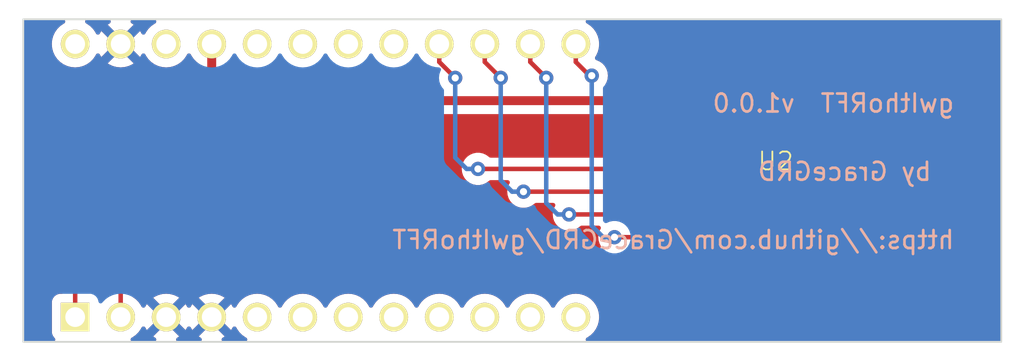
<source format=kicad_pcb>
(kicad_pcb (version 20221018) (generator pcbnew)
  (layers (0 "F.Cu" signal) (31 "B.Cu" signal) (34 "B.Paste" user) (35 "F.Paste" user) (36 "B.SilkS" user "B.Silkscreen") (37 "F.SilkS" user "F.Silkscreen") (38 "B.Mask" user) (39 "F.Mask" user) (44 "Edge.Cuts" user))
  (net 0 "")
  (net 1 "/GD00")
  (net 2 "/GD01")
  (net 11 "/MISO")
  (net 12 "/MOSI")
  (net 13 "/SCK")
  (net 14 "/CSN")
  (net 21 "GND")
  (net 25 "+3V3")
  (footprint "ebyte-lib:E07-900M10S" (layer "F.Cu") (at 176.645233 92.007307)
    (fp_text reference "U2" (at -10.16 -8.08 unlocked) (layer "F.SilkS") (effects (font (thickness 0.1))))
    (fp_text value "E07-900M10S")
    (pad "1" smd rect (at 0 -14) (size 0.8 1.8) (layers "F.Cu" "F.Paste" "F.Mask") (net 21 "GND"))
    (pad "2" smd rect (at -1.27 -14) (size 0.8 1.8) (layers "F.Cu" "F.Paste" "F.Mask") (net 21 "GND"))
    (pad "3" smd rect (at -2.54 -14) (size 0.8 1.8) (layers "F.Cu" "F.Paste" "F.Mask") (net 21 "GND"))
    (pad "4" smd rect (at -8.11 -14) (size 0.8 1.8) (layers "F.Cu" "F.Paste" "F.Mask") (net 21 "GND"))
    (pad "5" smd rect (at -9.38 -14) (size 0.8 1.8) (layers "F.Cu" "F.Paste" "F.Mask") (net 21 "GND"))
    (pad "6" smd rect (at -10.65 -14) (size 0.8 1.8) (layers "F.Cu" "F.Paste" "F.Mask"))
    (pad "7" smd rect (at -11.92 -14) (size 0.8 1.8) (layers "F.Cu" "F.Paste" "F.Mask"))
    (pad "8" smd rect (at -13.19 -14) (size 0.8 1.8) (layers "F.Cu" "F.Paste" "F.Mask"))
    (pad "9" smd rect (at -14.46 -14) (size 0.8 1.8) (layers "F.Cu" "F.Paste" "F.Mask") (net 25 "+3V3"))
    (pad "10" smd rect (at -15.73 -14) (size 0.8 1.8) (layers "F.Cu" "F.Paste" "F.Mask"))
    (pad "11" smd rect (at -17 -14) (size 0.8 1.8) (layers "F.Cu" "F.Paste" "F.Mask") (net 21 "GND"))
    (pad "12" smd rect (at -17 0) (size 0.8 1.8) (layers "F.Cu" "F.Paste" "F.Mask") (net 21 "GND"))
    (pad "13" smd rect (at -15.73 0) (size 0.8 1.8) (layers "F.Cu" "F.Paste" "F.Mask"))
    (pad "14" smd rect (at -14.46 0) (size 0.8 1.8) (layers "F.Cu" "F.Paste" "F.Mask") (net 2 "/GD01"))
    (pad "15" smd rect (at -13.19 0) (size 0.8 1.8) (layers "F.Cu" "F.Paste" "F.Mask") (net 1 "/GD00"))
    (pad "16" smd rect (at -11.92 0) (size 0.8 1.8) (layers "F.Cu" "F.Paste" "F.Mask") (net 11 "/MISO"))
    (pad "17" smd rect (at -10.65 0) (size 0.8 1.8) (layers "F.Cu" "F.Paste" "F.Mask") (net 12 "/MOSI"))
    (pad "18" smd rect (at -9.38 0) (size 0.8 1.8) (layers "F.Cu" "F.Paste" "F.Mask") (net 13 "/SCK"))
    (pad "19" smd rect (at -8.11 0) (size 0.8 1.8) (layers "F.Cu" "F.Paste" "F.Mask") (net 14 "/CSN"))
    (pad "20" smd rect (at -2.54 0) (size 0.8 1.8) (layers "F.Cu" "F.Paste" "F.Mask") (net 21 "GND"))
    (pad "21" smd rect (at -1.27 0) (size 0.8 1.8) (layers "F.Cu" "F.Paste" "F.Mask"))
    (pad "22" smd rect (at 0 0) (size 0.8 1.8) (layers "F.Cu" "F.Paste" "F.Mask") (net 21 "GND"))
  )
  (footprint "promicro:ProMicro" (layer "F.Cu") (at 141.355233 85.007307)
    (fp_text reference "U1" hide)
    (fp_text value "ProMicro" hide)
    (pad "1" thru_hole rect (at -13.97 7.62) (size 1.6 1.6) (drill 1.1) (layers "*.Cu" "*.Mask" "F.SilkS") (net 1 "/GD00"))
    (pad "2" thru_hole circle (at -11.43 7.62) (size 1.6 1.6) (drill 1.1) (layers "*.Cu" "*.Mask" "F.SilkS") (net 2 "/GD01"))
    (pad "3" thru_hole circle (at -8.89 7.62) (size 1.6 1.6) (drill 1.1) (layers "*.Cu" "*.Mask" "F.SilkS") (net 21 "GND"))
    (pad "4" thru_hole circle (at -6.35 7.62) (size 1.6 1.6) (drill 1.1) (layers "*.Cu" "*.Mask" "F.SilkS") (net 21 "GND"))
    (pad "5" thru_hole circle (at -3.81 7.62) (size 1.6 1.6) (drill 1.1) (layers "*.Cu" "*.Mask" "F.SilkS"))
    (pad "6" thru_hole circle (at -1.27 7.62) (size 1.6 1.6) (drill 1.1) (layers "*.Cu" "*.Mask" "F.SilkS"))
    (pad "7" thru_hole circle (at 1.27 7.62) (size 1.6 1.6) (drill 1.1) (layers "*.Cu" "*.Mask" "F.SilkS"))
    (pad "8" thru_hole circle (at 3.81 7.62) (size 1.6 1.6) (drill 1.1) (layers "*.Cu" "*.Mask" "F.SilkS"))
    (pad "9" thru_hole circle (at 6.35 7.62) (size 1.6 1.6) (drill 1.1) (layers "*.Cu" "*.Mask" "F.SilkS"))
    (pad "10" thru_hole circle (at 8.89 7.62) (size 1.6 1.6) (drill 1.1) (layers "*.Cu" "*.Mask" "F.SilkS"))
    (pad "11" thru_hole circle (at 11.43 7.62) (size 1.6 1.6) (drill 1.1) (layers "*.Cu" "*.Mask" "F.SilkS"))
    (pad "12" thru_hole circle (at 13.97 7.62) (size 1.6 1.6) (drill 1.1) (layers "*.Cu" "*.Mask" "F.SilkS"))
    (pad "13" thru_hole circle (at 13.97 -7.62) (size 1.6 1.6) (drill 1.1) (layers "*.Cu" "*.Mask" "F.SilkS") (net 11 "/MISO"))
    (pad "14" thru_hole circle (at 11.43 -7.62) (size 1.6 1.6) (drill 1.1) (layers "*.Cu" "*.Mask" "F.SilkS") (net 12 "/MOSI"))
    (pad "15" thru_hole circle (at 8.89 -7.62) (size 1.6 1.6) (drill 1.1) (layers "*.Cu" "*.Mask" "F.SilkS") (net 13 "/SCK"))
    (pad "16" thru_hole circle (at 6.35 -7.62) (size 1.6 1.6) (drill 1.1) (layers "*.Cu" "*.Mask" "F.SilkS") (net 14 "/CSN"))
    (pad "17" thru_hole circle (at 3.81 -7.62) (size 1.6 1.6) (drill 1.1) (layers "*.Cu" "*.Mask" "F.SilkS"))
    (pad "18" thru_hole circle (at 1.27 -7.62) (size 1.6 1.6) (drill 1.1) (layers "*.Cu" "*.Mask" "F.SilkS"))
    (pad "19" thru_hole circle (at -1.27 -7.62) (size 1.6 1.6) (drill 1.1) (layers "*.Cu" "*.Mask" "F.SilkS"))
    (pad "20" thru_hole circle (at -3.81 -7.62) (size 1.6 1.6) (drill 1.1) (layers "*.Cu" "*.Mask" "F.SilkS"))
    (pad "21" thru_hole circle (at -6.35 -7.62) (size 1.6 1.6) (drill 1.1) (layers "*.Cu" "*.Mask" "F.SilkS") (net 25 "+3V3"))
    (pad "22" thru_hole circle (at -8.89 -7.62) (size 1.6 1.6) (drill 1.1) (layers "*.Cu" "*.Mask" "F.SilkS"))
    (pad "23" thru_hole circle (at -11.43 -7.62) (size 1.6 1.6) (drill 1.1) (layers "*.Cu" "*.Mask" "F.SilkS") (net 21 "GND"))
    (pad "24" thru_hole circle (at -13.97 -7.62) (size 1.6 1.6) (drill 1.1) (layers "*.Cu" "*.Mask" "F.SilkS"))
  )
  (gr_rect (start 124.49 76.007307) (end 179.07 94.007307) (stroke (width 0.1)) (fill none) (layer "Edge.Cuts"))
  (gr_text "by GraceGRD" (at 175.26 85.09) (layer "B.SilkS") (effects (font (size 1 1)) (justify left bottom mirror)))
  (gr_text "v1.0.0" (at 167.64 81.28) (layer "B.SilkS") (effects (font (size 1 1)) (justify left bottom mirror)))
  (gr_text "gwIthoRFT" (at 176.53 81.28) (layer "B.SilkS") (effects (font (size 1 1)) (justify left bottom mirror)))
  (gr_text "https://github.com/GraceGRD/gwIthoRFT" (at 176.53 88.9) (layer "B.SilkS") (effects (font (size 1 1)) (justify left bottom mirror)))
  (segment (start 127.385233 92.627307) (end 127.385233 90.327307) (width 0.25) (layer "F.Cu") (net 1))
  (segment (start 163.455233 89.692307) (end 163.455233 92.007307) (width 0.25) (layer "F.Cu") (net 1))
  (segment (start 128.275233 89.437307) (end 163.200233 89.437307) (width 0.25) (layer "F.Cu") (net 1))
  (segment (start 163.200233 89.437307) (end 163.455233 89.692307) (width 0.25) (layer "F.Cu") (net 1))
  (segment (start 127.385233 90.327307) (end 128.275233 89.437307) (width 0.25) (layer "F.Cu") (net 1))
  (segment (start 161.930233 90.072307) (end 130.815233 90.072307) (width 0.25) (layer "F.Cu") (net 2))
  (segment (start 130.815233 90.072307) (end 129.925233 90.962307) (width 0.25) (layer "F.Cu") (net 2))
  (segment (start 162.185233 92.007307) (end 162.185233 90.327307) (width 0.25) (layer "F.Cu") (net 2))
  (segment (start 162.185233 90.327307) (end 161.930233 90.072307) (width 0.25) (layer "F.Cu") (net 2))
  (segment (start 129.925233 90.962307) (end 129.925233 92.627307) (width 0.25) (layer "F.Cu") (net 2))
  (segment (start 164.725233 89.057307) (end 163.835233 88.167307) (width 0.25) (layer "F.Cu") (net 11))
  (segment (start 155.325233 78.387307) (end 156.215233 79.277307) (width 0.25) (layer "F.Cu") (net 11))
  (segment (start 164.725233 92.007307) (end 164.725233 89.057307) (width 0.25) (layer "F.Cu") (net 11))
  (segment (start 155.325233 77.387307) (end 155.325233 78.387307) (width 0.25) (layer "F.Cu") (net 11))
  (segment (start 163.835233 88.167307) (end 157.485233 88.167307) (width 0.25) (layer "F.Cu") (net 11))
  (via (at 156.215233 79.152807) (size 0.8) (drill 0.4) (layers "F.Cu" "B.Cu") (net 11))
  (via (at 157.485233 88.167307) (size 0.8) (drill 0.4) (layers "F.Cu" "B.Cu") (net 11))
  (segment (start 156.215233 79.152807) (end 156.215233 87.532307) (width 0.25) (layer "B.Cu") (net 11))
  (segment (start 156.850233 88.167307) (end 157.485233 88.167307) (width 0.25) (layer "B.Cu") (net 11))
  (segment (start 156.215233 87.532307) (end 156.850233 88.167307) (width 0.25) (layer "B.Cu") (net 11))
  (segment (start 152.785233 77.387307) (end 152.785233 78.387307) (width 0.25) (layer "F.Cu") (net 12))
  (segment (start 165.995233 92.007307) (end 165.995233 88.422307) (width 0.25) (layer "F.Cu") (net 12))
  (segment (start 152.785233 78.387307) (end 153.675233 79.277307) (width 0.25) (layer "F.Cu") (net 12))
  (segment (start 165.995233 88.422307) (end 165.105233 87.532307) (width 0.25) (layer "F.Cu") (net 12))
  (segment (start 164.470233 86.897307) (end 161.295233 86.897307) (width 0.25) (layer "F.Cu") (net 12))
  (segment (start 161.295233 86.897307) (end 154.945233 86.897307) (width 0.25) (layer "F.Cu") (net 12))
  (segment (start 165.105233 87.532307) (end 164.470233 86.897307) (width 0.25) (layer "F.Cu") (net 12))
  (via (at 154.945233 86.897307) (size 0.8) (drill 0.4) (layers "F.Cu" "B.Cu") (net 12))
  (via (at 153.675233 79.277307) (size 0.8) (drill 0.4) (layers "F.Cu" "B.Cu") (net 12))
  (segment (start 153.675233 86.262307) (end 153.675233 79.277307) (width 0.25) (layer "B.Cu") (net 12))
  (segment (start 154.945233 86.897307) (end 154.310233 86.897307) (width 0.25) (layer "B.Cu") (net 12))
  (segment (start 154.310233 86.897307) (end 153.675233 86.262307) (width 0.25) (layer "B.Cu") (net 12))
  (segment (start 165.105233 85.627307) (end 152.405233 85.627307) (width 0.25) (layer "F.Cu") (net 13))
  (segment (start 150.245233 77.387307) (end 150.245233 78.387307) (width 0.25) (layer "F.Cu") (net 13))
  (segment (start 167.265233 92.007307) (end 167.265233 87.787307) (width 0.25) (layer "F.Cu") (net 13))
  (segment (start 167.265233 87.787307) (end 165.105233 85.627307) (width 0.25) (layer "F.Cu") (net 13))
  (segment (start 150.245233 78.387307) (end 151.135233 79.277307) (width 0.25) (layer "F.Cu") (net 13))
  (via (at 152.405233 85.627307) (size 0.8) (drill 0.4) (layers "F.Cu" "B.Cu") (net 13))
  (via (at 151.135233 79.277307) (size 0.8) (drill 0.4) (layers "F.Cu" "B.Cu") (net 13))
  (segment (start 151.135233 79.277307) (end 151.135233 84.992307) (width 0.25) (layer "B.Cu") (net 13))
  (segment (start 151.770233 85.627307) (end 152.405233 85.627307) (width 0.25) (layer "B.Cu") (net 13))
  (segment (start 151.135233 84.992307) (end 151.770233 85.627307) (width 0.25) (layer "B.Cu") (net 13))
  (segment (start 147.705233 78.387307) (end 148.595233 79.277307) (width 0.25) (layer "F.Cu") (net 14))
  (segment (start 168.535233 87.152307) (end 165.740233 84.357307) (width 0.25) (layer "F.Cu") (net 14))
  (segment (start 165.740233 84.357307) (end 149.865233 84.357307) (width 0.25) (layer "F.Cu") (net 14))
  (segment (start 147.705233 77.387307) (end 147.705233 78.387307) (width 0.25) (layer "F.Cu") (net 14))
  (segment (start 168.535233 92.007307) (end 168.535233 87.152307) (width 0.25) (layer "F.Cu") (net 14))
  (via (at 148.595233 79.277307) (size 0.8) (drill 0.4) (layers "F.Cu" "B.Cu") (net 14))
  (via (at 149.865233 84.357307) (size 0.8) (drill 0.4) (layers "F.Cu" "B.Cu") (net 14))
  (segment (start 149.230233 84.357307) (end 149.865233 84.357307) (width 0.25) (layer "B.Cu") (net 14))
  (segment (start 148.595233 83.722307) (end 149.230233 84.357307) (width 0.25) (layer "B.Cu") (net 14))
  (segment (start 148.595233 79.277307) (end 148.595233 83.722307) (width 0.25) (layer "B.Cu") (net 14))
  (segment (start 161.840233 80.547307) (end 162.185233 80.202307) (width 0.5) (layer "F.Cu") (net 25))
  (segment (start 135.005233 79.657307) (end 135.005233 77.387307) (width 0.5) (layer "F.Cu") (net 25))
  (segment (start 161.840233 80.547307) (end 135.895233 80.547307) (width 0.5) (layer "F.Cu") (net 25))
  (segment (start 162.185233 78.007307) (end 162.185233 79.657307) (width 0.5) (layer "F.Cu") (net 25))
  (segment (start 162.185233 80.202307) (end 162.185233 78.007307) (width 0.5) (layer "F.Cu") (net 25))
  (segment (start 135.895233 80.547307) (end 135.005233 79.657307) (width 0.5) (layer "F.Cu") (net 25))
  (zone (net 21) (net_name "GND") (layers "F&B.Cu") (connect_pads (clearance 0.5)) (min_thickness 0.25) (fill yes (thermal_gap 0.5) (thermal_bridge_width 0.5))
    (polygon (pts (xy 180.34 74.93) (xy 180.34 95.25) (xy 123.19 95.25) (xy 123.19 74.93)))
  )
)
</source>
